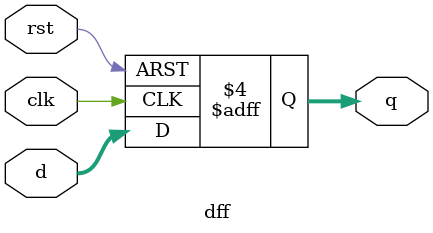
<source format=v>
`timescale 1ns / 1ps
module dff(clk,rst,d,q);
		input clk,rst;
		input [8:0] d;
		output [8:0] q;
		reg [8:0] q;
		
		initial begin
			q<=0;
		end
		
		always @ (posedge clk or posedge rst) begin
			if(rst == 1'b1)
			begin
			q<= 1'b0;
			end
			else
			begin
			q<= d ;
			end
		end
endmodule

</source>
